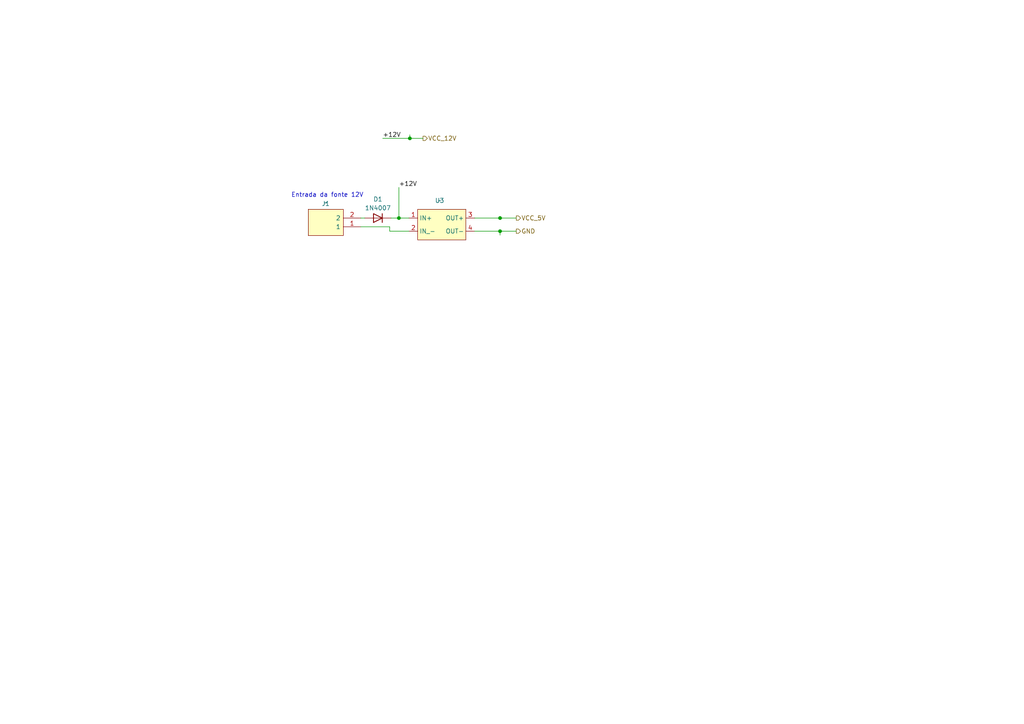
<source format=kicad_sch>
(kicad_sch (version 20230121) (generator eeschema)
  (paper "A4")
  (lib_symbols
    (symbol "Diode:1N4007" (pin_numbers hide) (pin_names hide)
      (property "Reference" "D" (at 0 2.54 0))
      (property "Value" "1N4007" (at 0 -2.54 0))
      (symbol "1N4007_0_1"
        (polyline (pts (xy -1.27 1.27) (xy -1.27 -1.27)) (stroke (width 0.254)))
        (polyline (pts (xy 1.27 0) (xy -1.27 0)))
        (polyline (pts (xy 1.27 1.27) (xy 1.27 -1.27) (xy -1.27 0) (xy 1.27 1.27)) (stroke (width 0.254)))
      )
      (symbol "1N4007_1_1"
        (pin passive line (at -3.81 0 0) (length 2.54) (name "K") (number "1"))
        (pin passive line (at 3.81 0 180) (length 2.54) (name "A") (number "2"))
      )
    )
    (symbol "My_library:440054-2" (pin_names (offset 0.762))
      (property "Reference" "J" (at 16.51 7.62 0))
      (property "Value" "440054-2" (at 16.51 5.08 0))
      (symbol "440054-2_0_0"
        (pin passive line (at 0 0 0) (length 5.08) (name "1") (number "1"))
        (pin passive line (at 0 -2.54 0) (length 5.08) (name "2") (number "2"))
      )
      (symbol "440054-2_1_1"
        (polyline (pts (xy 5.08 2.54) (xy 15.24 2.54) (xy 15.24 -5.08) (xy 5.08 -5.08) (xy 5.08 2.54)) (stroke (width 0.1524)) (fill (type background)))
      )
    )
    (symbol "My_library:Módulo_LM2576_DC-DC"
      (property "Reference" "U" (at 0 0 0))
      (symbol "Módulo_LM2576_DC-DC_1_1"
        (rectangle (start -6.35 -2.54) (end 7.62 -11.43) (fill (type background)))
        (pin input line (at -8.89 -5.08 0) (length 2.54) (name "IN+") (number "1"))
        (pin input line (at -8.89 -8.89 0) (length 2.54) (name "IN_-") (number "2"))
        (pin passive line (at 10.16 -5.08 180) (length 2.54) (name "OUT+") (number "3"))
        (pin passive line (at 10.16 -8.89 180) (length 2.54) (name "OUT-") (number "4"))
      )
    )
  )
  (junction (at 118.872 40.132))
  (junction (at 115.697 63.246))
  (junction (at 145.034 67.056))
  (junction (at 145.034 63.246))
  (wire (pts (xy 115.697 54.356) (xy 115.697 63.246)))
  (wire (pts (xy 118.872 40.132) (xy 122.682 40.132)))
  (wire (pts (xy 104.648 65.786) (xy 113.03 65.786)))
  (wire (pts (xy 145.034 62.738) (xy 145.034 63.246)))
  (wire (pts (xy 137.668 63.246) (xy 145.034 63.246)))
  (wire (pts (xy 113.03 67.056) (xy 118.618 67.056)))
  (wire (pts (xy 118.872 39.116) (xy 118.872 40.132)))
  (wire (pts (xy 113.03 65.786) (xy 113.03 67.056)))
  (wire (pts (xy 137.668 67.056) (xy 145.034 67.056)))
  (wire (pts (xy 104.648 63.246) (xy 105.791 63.246)))
  (wire (pts (xy 145.034 63.246) (xy 149.733 63.246)))
  (wire (pts (xy 145.034 67.056) (xy 149.733 67.056)))
  (wire (pts (xy 110.998 40.132) (xy 118.872 40.132)))
  (wire (pts (xy 115.697 63.246) (xy 118.618 63.246)))
  (wire (pts (xy 145.034 67.056) (xy 145.034 68.199)))
  (wire (pts (xy 113.411 63.246) (xy 115.697 63.246)))
  (text "Entrada da fonte 12V" (at 84.455 57.404 0) (effects (font (size 1.27 1.27)) (justify left bottom)))
  (label "+12V" (at 115.697 54.356 0))
  (label "+12V" (at 110.998 40.132 0))
  (hierarchical_label "VCC_5V" (shape output) (at 149.733 63.246 0))
  (hierarchical_label "VCC_12V" (shape output) (at 122.682 40.132 0))
  (hierarchical_label "GND" (shape output) (at 149.733 67.056 0))
  (symbol (lib_id "My_library:Módulo_LM2576_DC-DC") (at 127.508 58.166 0) (unit 1)
    (property "Reference" "U3" (at 127.508 58.166 0))
    (property "Value" "~" (at 127.508 58.166 0))
    (property "Footprint" "My_library_footprint:Módulo_DC-DC_2576" (effects hide))
  )
  (symbol (lib_id "Diode:1N4007") (at 109.601 63.246 180) (unit 1)
    (property "Reference" "D1" (at 109.601 57.785 0))
    (property "Value" "1N4007" (at 109.601 60.325 0))
    (property "Footprint" "Diode_THT:D_DO-41_SOD81_P10.16mm_Horizontal" (effects hide))
    (property "Datasheet" "http://www.vishay.com/docs/88503/1n4001.pdf" (effects hide))
    (property "Sim.Device" "D" (effects hide))
    (property "Sim.Pins" "1=K 2=A" (effects hide))
  )
  (symbol (lib_id "My_library:440054-2") (at 104.648 65.786 180) (unit 1)
    (property "Reference" "J1" (at 94.488 59.055 0))
    (property "Value" "~" (at 94.488 58.801 0))
    (property "Footprint" "My_library_footprint:KRE_2Vias" (effects hide))
    (property "Datasheet" "https://www.te.com/commerce/DocumentDelivery/DDEController?Action=showdoc&DocId=Customer+Drawing%7F440054%7FF8%7Fpdf%7FEnglish%7FENG_CD_440054_F8.pdf%7F1-440054-2" (effects hide))
    (property "Description" "Header vert 2 way 2mm HPI TE Connectivity HPI Series, 2mm Pitch 2 Way 1 Row Straight PCB Header, Solder Termination, 3A" (effects hide))
    (property "Height" "6.35" (effects hide))
    (property "Mouser Part Number" "571-440054-2" (effects hide))
    (property "Mouser Price/Stock" "https://www.mouser.co.uk/ProductDetail/TE-Connectivity/440054-2?qs=JFPmFzpscO4RQaczYEA68w%3D%3D" (effects hide))
    (property "Manufacturer_Name" "TE Connectivity" (effects hide))
    (property "Manufacturer_Part_Number" "440054-2" (effects hide))
    (instances (project "Belliz_IOT" (path "" (reference "J1") (unit 1)) (path "" (reference "J11") (unit 1))))
  )
)
</source>
